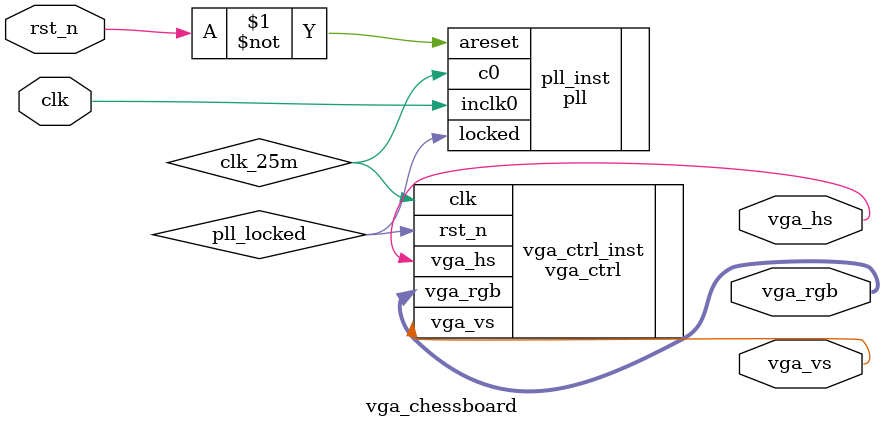
<source format=v>
module vga_chessboard (

	input		wire					clk,
	input		wire					rst_n,
	
	output	wire		[7:0]		vga_rgb,
	output	wire					vga_hs,
	output	wire					vga_vs
);

	wire					clk_25m;
	wire					pll_locked;
	
	pll pll_inst (
	
		.areset 			( ~rst_n 	),
		.inclk0 			( clk 		),
		.c0				( clk_25m	),
		.locked 			( pll_locked)
	);

	vga_ctrl vga_ctrl_inst (

		.clk					(clk_25m		),
		.rst_n				(pll_locked	),
                         
		.vga_rgb				(vga_rgb		),
		.vga_hs				(vga_hs		),
		.vga_vs				(vga_vs		)
	);

endmodule 

</source>
